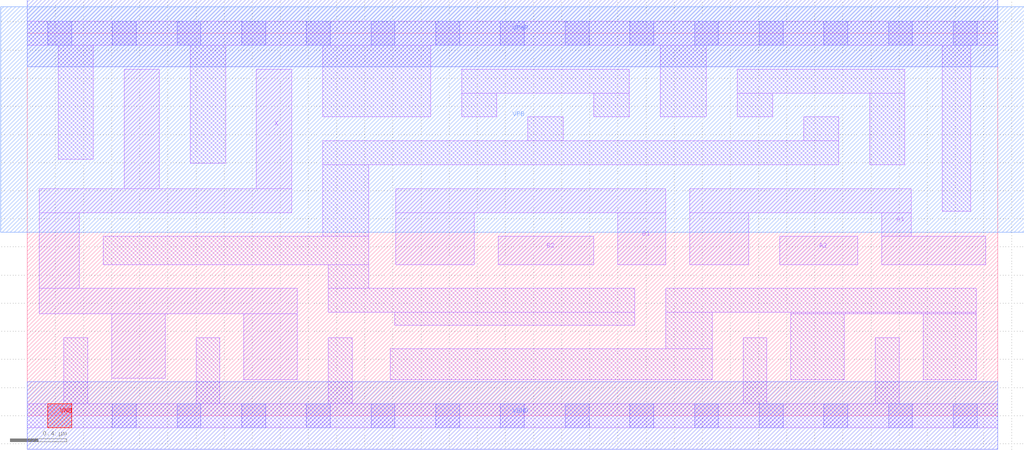
<source format=lef>
# Copyright 2020 The SkyWater PDK Authors
#
# Licensed under the Apache License, Version 2.0 (the "License");
# you may not use this file except in compliance with the License.
# You may obtain a copy of the License at
#
#     https://www.apache.org/licenses/LICENSE-2.0
#
# Unless required by applicable law or agreed to in writing, software
# distributed under the License is distributed on an "AS IS" BASIS,
# WITHOUT WARRANTIES OR CONDITIONS OF ANY KIND, either express or implied.
# See the License for the specific language governing permissions and
# limitations under the License.
#
# SPDX-License-Identifier: Apache-2.0

VERSION 5.7 ;
  NOWIREEXTENSIONATPIN ON ;
  DIVIDERCHAR "/" ;
  BUSBITCHARS "[]" ;
PROPERTYDEFINITIONS
  MACRO maskLayoutSubType STRING ;
  MACRO prCellType STRING ;
  MACRO originalViewName STRING ;
END PROPERTYDEFINITIONS
MACRO sky130_fd_sc_hdll__o22a_4
  CLASS CORE ;
  FOREIGN sky130_fd_sc_hdll__o22a_4 ;
  ORIGIN  0.000000  0.000000 ;
  SIZE  6.900000 BY  2.720000 ;
  SYMMETRY X Y R90 ;
  SITE unithd ;
  PIN A1
    ANTENNAGATEAREA  0.555000 ;
    DIRECTION INPUT ;
    USE SIGNAL ;
    PORT
      LAYER li1 ;
        RECT 4.710000 1.075000 5.130000 1.445000 ;
        RECT 4.710000 1.445000 6.285000 1.615000 ;
        RECT 6.075000 1.075000 6.815000 1.275000 ;
        RECT 6.075000 1.275000 6.285000 1.445000 ;
    END
  END A1
  PIN A2
    ANTENNAGATEAREA  0.555000 ;
    DIRECTION INPUT ;
    USE SIGNAL ;
    PORT
      LAYER li1 ;
        RECT 5.350000 1.075000 5.905000 1.275000 ;
    END
  END A2
  PIN B1
    ANTENNAGATEAREA  0.555000 ;
    DIRECTION INPUT ;
    USE SIGNAL ;
    PORT
      LAYER li1 ;
        RECT 2.620000 1.075000 3.180000 1.445000 ;
        RECT 2.620000 1.445000 4.540000 1.615000 ;
        RECT 4.200000 1.075000 4.540000 1.445000 ;
    END
  END B1
  PIN B2
    ANTENNAGATEAREA  0.555000 ;
    DIRECTION INPUT ;
    USE SIGNAL ;
    PORT
      LAYER li1 ;
        RECT 3.350000 1.075000 4.030000 1.275000 ;
    END
  END B2
  PIN VGND
    ANTENNADIFFAREA  0.942500 ;
    DIRECTION INOUT ;
    USE SIGNAL ;
    PORT
      LAYER met1 ;
        RECT 0.000000 -0.240000 6.900000 0.240000 ;
    END
  END VGND
  PIN VPWR
    ANTENNADIFFAREA  2.055000 ;
    DIRECTION INOUT ;
    USE SIGNAL ;
    PORT
      LAYER met1 ;
        RECT 0.000000 2.480000 6.900000 2.960000 ;
    END
  END VPWR
  PIN X
    ANTENNADIFFAREA  1.028500 ;
    DIRECTION OUTPUT ;
    USE SIGNAL ;
    PORT
      LAYER li1 ;
        RECT 0.085000 0.725000 1.920000 0.905000 ;
        RECT 0.085000 0.905000 0.370000 1.445000 ;
        RECT 0.085000 1.445000 1.880000 1.615000 ;
        RECT 0.600000 0.265000 0.980000 0.725000 ;
        RECT 0.690000 1.615000 0.940000 2.465000 ;
        RECT 1.540000 0.255000 1.920000 0.725000 ;
        RECT 1.630000 1.615000 1.880000 2.465000 ;
    END
  END X
  PIN VNB
    DIRECTION INOUT ;
    USE GROUND ;
    PORT
      LAYER pwell ;
        RECT 0.145000 -0.085000 0.315000 0.085000 ;
    END
  END VNB
  PIN VPB
    DIRECTION INOUT ;
    USE POWER ;
    PORT
      LAYER nwell ;
        RECT -0.190000 1.305000 7.090000 2.910000 ;
    END
  END VPB
  OBS
    LAYER li1 ;
      RECT 0.000000 -0.085000 6.900000 0.085000 ;
      RECT 0.000000  2.635000 6.900000 2.805000 ;
      RECT 0.220000  1.825000 0.470000 2.635000 ;
      RECT 0.260000  0.085000 0.430000 0.555000 ;
      RECT 0.540000  1.075000 2.430000 1.275000 ;
      RECT 1.160000  1.795000 1.410000 2.635000 ;
      RECT 1.200000  0.085000 1.370000 0.555000 ;
      RECT 2.100000  1.275000 2.430000 1.785000 ;
      RECT 2.100000  1.785000 5.770000 1.955000 ;
      RECT 2.100000  2.125000 2.870000 2.635000 ;
      RECT 2.140000  0.085000 2.310000 0.555000 ;
      RECT 2.140000  0.735000 4.320000 0.905000 ;
      RECT 2.140000  0.905000 2.430000 1.075000 ;
      RECT 2.580000  0.255000 4.870000 0.475000 ;
      RECT 2.615000  0.645000 4.320000 0.735000 ;
      RECT 3.090000  2.125000 3.340000 2.295000 ;
      RECT 3.090000  2.295000 4.280000 2.465000 ;
      RECT 3.560000  1.955000 3.810000 2.125000 ;
      RECT 4.030000  2.125000 4.280000 2.295000 ;
      RECT 4.500000  2.125000 4.830000 2.635000 ;
      RECT 4.540000  0.475000 4.870000 0.735000 ;
      RECT 4.540000  0.735000 6.750000 0.905000 ;
      RECT 5.050000  2.125000 5.300000 2.295000 ;
      RECT 5.050000  2.295000 6.240000 2.465000 ;
      RECT 5.090000  0.085000 5.260000 0.555000 ;
      RECT 5.430000  0.255000 5.810000 0.725000 ;
      RECT 5.430000  0.725000 6.750000 0.735000 ;
      RECT 5.520000  1.955000 5.770000 2.125000 ;
      RECT 5.990000  1.785000 6.240000 2.295000 ;
      RECT 6.030000  0.085000 6.200000 0.555000 ;
      RECT 6.370000  0.255000 6.750000 0.725000 ;
      RECT 6.505000  1.455000 6.710000 2.635000 ;
    LAYER mcon ;
      RECT 0.145000 -0.085000 0.315000 0.085000 ;
      RECT 0.145000  2.635000 0.315000 2.805000 ;
      RECT 0.605000 -0.085000 0.775000 0.085000 ;
      RECT 0.605000  2.635000 0.775000 2.805000 ;
      RECT 1.065000 -0.085000 1.235000 0.085000 ;
      RECT 1.065000  2.635000 1.235000 2.805000 ;
      RECT 1.525000 -0.085000 1.695000 0.085000 ;
      RECT 1.525000  2.635000 1.695000 2.805000 ;
      RECT 1.985000 -0.085000 2.155000 0.085000 ;
      RECT 1.985000  2.635000 2.155000 2.805000 ;
      RECT 2.445000 -0.085000 2.615000 0.085000 ;
      RECT 2.445000  2.635000 2.615000 2.805000 ;
      RECT 2.905000 -0.085000 3.075000 0.085000 ;
      RECT 2.905000  2.635000 3.075000 2.805000 ;
      RECT 3.365000 -0.085000 3.535000 0.085000 ;
      RECT 3.365000  2.635000 3.535000 2.805000 ;
      RECT 3.825000 -0.085000 3.995000 0.085000 ;
      RECT 3.825000  2.635000 3.995000 2.805000 ;
      RECT 4.285000 -0.085000 4.455000 0.085000 ;
      RECT 4.285000  2.635000 4.455000 2.805000 ;
      RECT 4.745000 -0.085000 4.915000 0.085000 ;
      RECT 4.745000  2.635000 4.915000 2.805000 ;
      RECT 5.205000 -0.085000 5.375000 0.085000 ;
      RECT 5.205000  2.635000 5.375000 2.805000 ;
      RECT 5.665000 -0.085000 5.835000 0.085000 ;
      RECT 5.665000  2.635000 5.835000 2.805000 ;
      RECT 6.125000 -0.085000 6.295000 0.085000 ;
      RECT 6.125000  2.635000 6.295000 2.805000 ;
      RECT 6.585000 -0.085000 6.755000 0.085000 ;
      RECT 6.585000  2.635000 6.755000 2.805000 ;
  END
  PROPERTY maskLayoutSubType "abstract" ;
  PROPERTY prCellType "standard" ;
  PROPERTY originalViewName "layout" ;
END sky130_fd_sc_hdll__o22a_4
END LIBRARY

</source>
